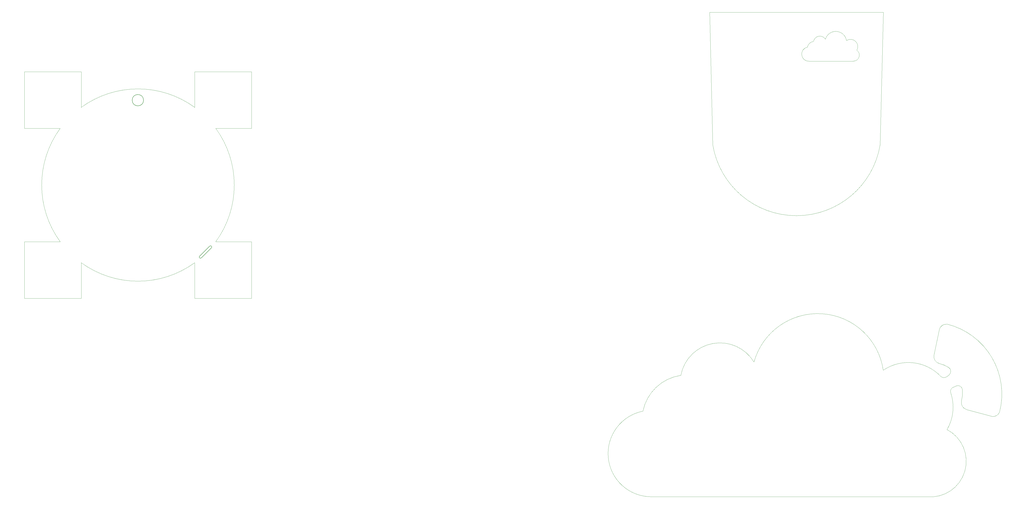
<source format=gbr>
G04 #@! TF.FileFunction,Profile,NP*
%FSLAX46Y46*%
G04 Gerber Fmt 4.6, Leading zero omitted, Abs format (unit mm)*
G04 Created by KiCad (PCBNEW 4.0.6) date 10/16/17 12:02:40*
%MOMM*%
%LPD*%
G01*
G04 APERTURE LIST*
%ADD10C,0.100000*%
%ADD11C,0.150000*%
G04 APERTURE END LIST*
D10*
D11*
X161850000Y-116850000D02*
G75*
G03X162650000Y-117650000I400000J-400000D01*
G01*
X167050000Y-113250000D02*
G75*
G03X166250000Y-112450000I-400000J400000D01*
G01*
X161850000Y-116850000D02*
X166250000Y-112450000D01*
X167050000Y-113250000D02*
X162650000Y-117650000D01*
X137150000Y-48050000D02*
G75*
G03X137150000Y-48050000I-2500000J0D01*
G01*
D10*
X109700000Y-35500000D02*
X109700000Y-51221727D01*
X109700000Y-119778273D02*
X109700000Y-135500000D01*
X84700000Y-110500000D02*
X100421727Y-110500000D01*
X100421727Y-60500000D02*
X84700000Y-60500000D01*
X159700000Y-51221727D02*
X159700000Y-35500000D01*
X100421727Y-110500000D02*
G75*
G02X100421727Y-60500000I34278273J25000000D01*
G01*
X84700000Y-135500000D02*
X84700000Y-110500000D01*
X184700000Y-60500000D02*
X168978273Y-60500000D01*
X109700000Y-51221727D02*
G75*
G02X159700000Y-51221727I25000000J-34278273D01*
G01*
X159700000Y-119778273D02*
G75*
G02X109700000Y-119778273I-25000000J34278273D01*
G01*
X184700000Y-35500000D02*
X184700000Y-60500000D01*
X168978273Y-60500000D02*
G75*
G02X168978273Y-110500000I-34278273J-25000000D01*
G01*
X184700000Y-110500000D02*
X184700000Y-135500000D01*
X159700000Y-35500000D02*
X184700000Y-35500000D01*
X84700000Y-35500000D02*
X109700000Y-35500000D01*
X168978273Y-110500000D02*
X184700000Y-110500000D01*
X159700000Y-135500000D02*
X159700000Y-119778273D01*
X184700000Y-135500000D02*
X159700000Y-135500000D01*
X84700000Y-60500000D02*
X84700000Y-35500000D01*
X109700000Y-135500000D02*
X84700000Y-135500000D01*
X437605244Y-21161024D02*
G75*
G02X446869752Y-21748667I4569921J-1276533D01*
G01*
X432362394Y-22115937D02*
G75*
G02X437605243Y-21161024I2802597J-517252D01*
G01*
X446869752Y-21748666D02*
G75*
G02X451442326Y-26009051I1791137J-2661626D01*
G01*
X429644566Y-24686869D02*
G75*
G02X432362394Y-22115937I3145434J-603131D01*
G01*
X487776990Y-164261991D02*
G75*
G02X485401196Y-160655437I819759J3125807D01*
G01*
X491187942Y-193420117D02*
G75*
G02X482377988Y-223062024I-7297997J-13961111D01*
G01*
X357188831Y-185292117D02*
G75*
G02X373896387Y-169487673I19555134J-3939211D01*
G01*
X463078609Y-167229895D02*
G75*
G02X488380839Y-169886147I11080721J-16286976D01*
G01*
X492815715Y-177193322D02*
G75*
G02X491187943Y-193420117I-18656385J-6323549D01*
G01*
X406126164Y-163617450D02*
G75*
G02X463078610Y-167229895I28097742J-7773217D01*
G01*
X373896388Y-169487674D02*
G75*
G02X406126165Y-163617451I17228226J-3177539D01*
G01*
X360519053Y-223053452D02*
G75*
G02X357188832Y-185292117I381866J19061193D01*
G01*
X495157224Y-174162525D02*
X493895995Y-174724389D01*
X495157224Y-174162524D02*
G75*
G02X497959710Y-175776345I813871J-1826914D01*
G01*
X491918652Y-166010466D02*
G75*
G02X492085000Y-169260000I-1078582J-1684239D01*
G01*
X487776990Y-164261991D02*
G75*
G02X491918652Y-166010466I-3018267J-12928927D01*
G01*
X499836093Y-184589045D02*
G75*
G02X497509721Y-180889451I849691J3115531D01*
G01*
X487756423Y-149336668D02*
G75*
G02X491357276Y-146909895I3114271J-736100D01*
G01*
X492815714Y-177193322D02*
G75*
G02X493895995Y-174724389I1894152J642019D01*
G01*
X514330164Y-185687229D02*
G75*
G02X511333478Y-187689236I-2996686J1241778D01*
G01*
X491357276Y-146909895D02*
G75*
G02X514330165Y-185687229I-7865500J-30853356D01*
G01*
X491069655Y-170067537D02*
G75*
G02X488380839Y-169886147I-1244930J1565295D01*
G01*
X497959711Y-175776345D02*
G75*
G02X497509721Y-180889451I-13200988J-1414573D01*
G01*
X499836094Y-184589045D02*
X511333478Y-187689236D01*
X360519054Y-223053451D02*
X482377988Y-223062024D01*
X487756424Y-149336667D02*
X485401196Y-160655437D01*
X492085000Y-169260000D02*
X491069655Y-170067537D01*
X463106771Y-9253612D02*
X386558952Y-9253612D01*
X449918119Y-30829548D02*
X430241367Y-30829548D01*
X430249875Y-30830154D02*
G75*
G02X429644566Y-24686868I-2200J3101247D01*
G01*
X386558952Y-9253612D02*
X387950614Y-67713049D01*
X451442327Y-26009050D02*
G75*
G02X449918119Y-30829548I-1561704J-2157421D01*
G01*
X461716718Y-67713048D02*
G75*
G02X387950614Y-67713049I-36883052J6069077D01*
G01*
X461716718Y-67713049D02*
X463106771Y-9253612D01*
M02*

</source>
